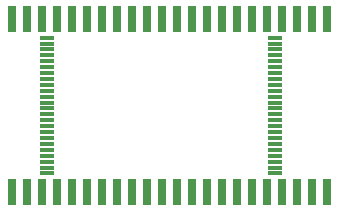
<source format=gbr>
G04 EAGLE Gerber RS-274X export*
G75*
%MOMM*%
%FSLAX34Y34*%
%LPD*%
%INSoldermask Top*%
%IPPOS*%
%AMOC8*
5,1,8,0,0,1.08239X$1,22.5*%
G01*
G04 Define Apertures*
%ADD10R,0.727000X2.327000*%
%ADD11R,1.200000X0.400000*%
D10*
X323850Y320300D03*
X463550Y320300D03*
X311150Y320300D03*
X336550Y320300D03*
X349250Y320300D03*
X476250Y320300D03*
X450850Y320300D03*
X438150Y320300D03*
X374650Y320300D03*
X412750Y320300D03*
X361950Y320300D03*
X387350Y320300D03*
X425450Y320300D03*
X400050Y320300D03*
X488950Y320300D03*
X501650Y320300D03*
X514350Y320300D03*
X527050Y320300D03*
X539750Y320300D03*
X552450Y320300D03*
X565150Y320300D03*
X577850Y320300D03*
X577850Y467100D03*
X565150Y467100D03*
X552450Y467100D03*
X539750Y467100D03*
X527050Y467100D03*
X514350Y467100D03*
X501650Y467100D03*
X488950Y467100D03*
X476250Y467100D03*
X463550Y467100D03*
X450850Y467100D03*
X438150Y467100D03*
X425450Y467100D03*
X412750Y467100D03*
X400050Y467100D03*
X387350Y467100D03*
X374650Y467100D03*
X361950Y467100D03*
X349250Y467100D03*
X336550Y467100D03*
X323850Y467100D03*
X311150Y467100D03*
D11*
X340630Y451200D03*
X340630Y446200D03*
X340630Y441200D03*
X340630Y436200D03*
X340630Y431200D03*
X340630Y426200D03*
X340630Y421200D03*
X340630Y416200D03*
X340630Y411200D03*
X340630Y406200D03*
X340630Y401200D03*
X340630Y396200D03*
X340630Y391200D03*
X340630Y386200D03*
X340630Y381200D03*
X340630Y376200D03*
X340630Y371200D03*
X340630Y366200D03*
X340630Y361200D03*
X340630Y356200D03*
X340630Y351200D03*
X340630Y346200D03*
X340630Y341200D03*
X340630Y336200D03*
X533130Y336200D03*
X533130Y341200D03*
X533130Y346200D03*
X533130Y351200D03*
X533130Y356200D03*
X533130Y361200D03*
X533130Y366200D03*
X533130Y371200D03*
X533130Y376200D03*
X533130Y381200D03*
X533130Y386200D03*
X533130Y391200D03*
X533130Y396200D03*
X533130Y401200D03*
X533130Y406200D03*
X533130Y411200D03*
X533130Y416200D03*
X533130Y421200D03*
X533130Y426200D03*
X533130Y431200D03*
X533130Y436200D03*
X533130Y441200D03*
X533130Y446200D03*
X533130Y451200D03*
M02*

</source>
